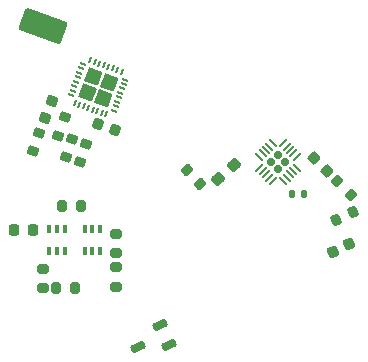
<source format=gbp>
%TF.GenerationSoftware,KiCad,Pcbnew,9.0.6-rc1-2-g790dee114b*%
%TF.CreationDate,2025-10-17T23:20:01-04:00*%
%TF.ProjectId,MetamerBoard,4d657461-6d65-4724-926f-6172642e6b69,rev?*%
%TF.SameCoordinates,Original*%
%TF.FileFunction,Paste,Bot*%
%TF.FilePolarity,Positive*%
%FSLAX45Y45*%
G04 Gerber Fmt 4.5, Leading zero omitted, Abs format (unit mm)*
G04 Created by KiCad (PCBNEW 9.0.6-rc1-2-g790dee114b) date 2025-10-17 23:20:01*
%MOMM*%
%LPD*%
G01*
G04 APERTURE LIST*
G04 Aperture macros list*
%AMRoundRect*
0 Rectangle with rounded corners*
0 $1 Rounding radius*
0 $2 $3 $4 $5 $6 $7 $8 $9 X,Y pos of 4 corners*
0 Add a 4 corners polygon primitive as box body*
4,1,4,$2,$3,$4,$5,$6,$7,$8,$9,$2,$3,0*
0 Add four circle primitives for the rounded corners*
1,1,$1+$1,$2,$3*
1,1,$1+$1,$4,$5*
1,1,$1+$1,$6,$7*
1,1,$1+$1,$8,$9*
0 Add four rect primitives between the rounded corners*
20,1,$1+$1,$2,$3,$4,$5,0*
20,1,$1+$1,$4,$5,$6,$7,0*
20,1,$1+$1,$6,$7,$8,$9,0*
20,1,$1+$1,$8,$9,$2,$3,0*%
G04 Aperture macros list end*
%ADD10C,0.000000*%
%ADD11RoundRect,0.250000X1.807008X0.140436X-1.293978X1.269103X-1.807008X-0.140436X1.293978X-1.269103X0*%
%ADD12RoundRect,0.237500X-0.048290X-0.369771X0.372239X0.022378X0.048290X0.369771X-0.372239X-0.022378X0*%
%ADD13RoundRect,0.225000X0.225000X0.250000X-0.225000X0.250000X-0.225000X-0.250000X0.225000X-0.250000X0*%
%ADD14RoundRect,0.050000X0.300520X0.229810X0.229810X0.300520X-0.300520X-0.229810X-0.229810X-0.300520X0*%
%ADD15RoundRect,0.050000X0.300520X-0.229810X-0.229810X0.300520X-0.300520X0.229810X0.229810X-0.300520X0*%
%ADD16RoundRect,0.167500X0.236881X0.000000X0.000000X0.236881X-0.236881X0.000000X0.000000X-0.236881X0*%
%ADD17RoundRect,0.225000X0.335876X0.017678X0.017678X0.335876X-0.335876X-0.017678X-0.017678X-0.335876X0*%
%ADD18RoundRect,0.225000X-0.098265X-0.321666X0.309574X-0.131488X0.098265X0.321666X-0.309574X0.131488X0*%
%ADD19RoundRect,0.140000X-0.140000X-0.170000X0.140000X-0.170000X0.140000X0.170000X-0.140000X0.170000X0*%
%ADD20RoundRect,0.200000X0.275000X-0.200000X0.275000X0.200000X-0.275000X0.200000X-0.275000X-0.200000X0*%
%ADD21RoundRect,0.200000X-0.200000X-0.275000X0.200000X-0.275000X0.200000X0.275000X-0.200000X0.275000X0*%
%ADD22RoundRect,0.200000X-0.065042X-0.333758X0.297482X-0.164711X0.065042X0.333758X-0.297482X0.164711X0*%
%ADD23RoundRect,0.200000X0.190011X-0.281994X0.326819X0.093883X-0.190011X0.281994X-0.326819X-0.093883X0*%
%ADD24RoundRect,0.175000X0.481797X0.031574X0.333880X0.348782X-0.481797X-0.031574X-0.333880X-0.348782X0*%
%ADD25RoundRect,0.200000X-0.190011X0.281994X-0.326819X-0.093883X0.190011X-0.281994X0.326819X0.093883X0*%
%ADD26RoundRect,0.100000X0.100000X-0.225000X0.100000X0.225000X-0.100000X0.225000X-0.100000X-0.225000X0*%
%ADD27RoundRect,0.225000X-0.296936X-0.157969X0.125926X-0.311878X0.296936X0.157969X-0.125926X0.311878X0*%
%ADD28RoundRect,0.225000X-0.157969X0.296936X-0.311878X-0.125926X0.157969X-0.296936X0.311878X0.125926X0*%
%ADD29RoundRect,0.200000X-0.275000X0.200000X-0.275000X-0.200000X0.275000X-0.200000X0.275000X0.200000X0*%
%ADD30RoundRect,0.050000X-0.228532X0.029970X0.194330X-0.123939X0.228532X-0.029970X-0.194330X0.123939X0*%
%ADD31RoundRect,0.050000X-0.123939X-0.194330X-0.029970X-0.228532X0.123939X0.194330X0.029970X0.228532X0*%
%ADD32RoundRect,0.200000X-0.337522X-0.041279X-0.064723X-0.333820X0.337522X0.041279X0.064723X0.333820X0*%
%ADD33RoundRect,0.200000X-0.335876X-0.053033X-0.053033X-0.335876X0.335876X0.053033X0.053033X0.335876X0*%
G04 APERTURE END LIST*
D10*
%TO.C,U1*%
G36*
X14000184Y-10265615D02*
G01*
X14000184Y-10265615D01*
G75*
G02*
X14006593Y-10262627I4696J-1715D01*
G01*
X14112779Y-10301275D01*
X14112778Y-10301275D01*
G75*
G02*
X14115766Y-10307684I-1708J-4695D01*
G01*
X14077118Y-10413870D01*
X14077118Y-10413870D01*
G75*
G02*
X14070710Y-10416858I-4699J1710D01*
G01*
X13964525Y-10378210D01*
X13964525Y-10378210D01*
G75*
G02*
X13961536Y-10371801I1705J4700D01*
G01*
X14000185Y-10265616D01*
X14000184Y-10265615D01*
G37*
G36*
X14049093Y-10131239D02*
G01*
X14049093Y-10131239D01*
G75*
G02*
X14055502Y-10128251I4697J-1711D01*
G01*
X14161687Y-10166900D01*
X14161687Y-10166900D01*
G75*
G02*
X14164675Y-10173309I-1707J-4700D01*
G01*
X14126027Y-10279494D01*
X14126027Y-10279494D01*
G75*
G02*
X14119619Y-10282482I-4698J1714D01*
G01*
X14013434Y-10243834D01*
X14013434Y-10243833D01*
G75*
G02*
X14010445Y-10237424I1706J4703D01*
G01*
X14049093Y-10131240D01*
X14049093Y-10131239D01*
G37*
G36*
X13914717Y-10082330D02*
G01*
X13914717Y-10082330D01*
G75*
G02*
X13921126Y-10079342I4703J-1710D01*
G01*
X13921126Y-10079343D01*
X14027311Y-10117991D01*
X14027311Y-10117991D01*
G75*
G02*
X14030299Y-10124400I-1711J-4699D01*
G01*
X13991651Y-10230585D01*
X13991651Y-10230585D01*
G75*
G02*
X13985243Y-10233573I-4702J1715D01*
G01*
X13879057Y-10194925D01*
X13879058Y-10194925D01*
G75*
G02*
X13876069Y-10188516I1712J4695D01*
G01*
X13914717Y-10082331D01*
X13914717Y-10082330D01*
G37*
G36*
X13865808Y-10216706D02*
G01*
X13865808Y-10216706D01*
G75*
G02*
X13872217Y-10213718I4702J-1714D01*
G01*
X13978402Y-10252367D01*
X13978402Y-10252367D01*
G75*
G02*
X13981390Y-10258776I-1712J-4703D01*
G01*
X13981391Y-10258776D01*
X13942743Y-10364961D01*
X13942742Y-10364961D01*
G75*
G02*
X13936334Y-10367949I-4703J1711D01*
G01*
X13830149Y-10329301D01*
X13830149Y-10329301D01*
G75*
G02*
X13827160Y-10322893I1711J4701D01*
G01*
X13865808Y-10216707D01*
X13865808Y-10216706D01*
G37*
%TD*%
D11*
%TO.C,TP5*%
X13525389Y-9729470D03*
%TD*%
D12*
%TO.C,D18*%
X15013896Y-11026644D03*
X15141882Y-10907295D03*
%TD*%
D13*
%TO.C,C4*%
X13283389Y-11457469D03*
X13439389Y-11457469D03*
%TD*%
D14*
%TO.C,U3*%
X15676958Y-10835978D03*
X15648674Y-10807693D03*
X15620389Y-10779409D03*
X15592105Y-10751125D03*
X15563821Y-10722841D03*
D15*
X15471897Y-10722841D03*
X15443613Y-10751125D03*
X15415328Y-10779409D03*
X15387044Y-10807693D03*
X15358760Y-10835978D03*
D14*
X15358760Y-10927901D03*
X15387044Y-10956186D03*
X15415328Y-10984470D03*
X15443613Y-11012754D03*
X15471897Y-11041039D03*
D15*
X15563821Y-11041039D03*
X15592105Y-11012754D03*
X15620389Y-10984470D03*
X15648674Y-10956186D03*
X15676958Y-10927901D03*
D16*
X15517859Y-10823957D03*
X15459876Y-10881940D03*
X15575842Y-10881940D03*
X15517859Y-10939922D03*
%TD*%
D17*
%TO.C,C7*%
X15930543Y-10954624D03*
X15820235Y-10844315D03*
%TD*%
D18*
%TO.C,C5*%
X15979697Y-11642434D03*
X16121081Y-11576505D03*
%TD*%
D19*
%TO.C,C6*%
X15635389Y-11149470D03*
X15735389Y-11149470D03*
%TD*%
D20*
%TO.C,R8*%
X14145389Y-11487469D03*
X14145389Y-11651469D03*
%TD*%
%TO.C,R7*%
X13530389Y-11946469D03*
X13530389Y-11782469D03*
%TD*%
D21*
%TO.C,R2*%
X13638389Y-11944469D03*
X13802389Y-11944469D03*
%TD*%
D22*
%TO.C,R10*%
X16006072Y-11374124D03*
X16154706Y-11304815D03*
%TD*%
D23*
%TO.C,R6*%
X13442343Y-10786524D03*
X13498435Y-10632415D03*
%TD*%
D24*
%TO.C,D17*%
X14518454Y-12256124D03*
X14598752Y-12428322D03*
X14332026Y-12447878D03*
%TD*%
D21*
%TO.C,R12*%
X13688389Y-11254469D03*
X13852389Y-11254469D03*
%TD*%
D25*
%TO.C,R5*%
X13713435Y-10502415D03*
X13657343Y-10656524D03*
%TD*%
D26*
%TO.C,U2*%
X13710389Y-11634469D03*
X13645389Y-11634469D03*
X13580389Y-11634469D03*
X13580389Y-11444469D03*
X13645389Y-11444469D03*
X13710389Y-11444469D03*
%TD*%
D27*
%TO.C,C1*%
X13992093Y-10557792D03*
X14138685Y-10611147D03*
%TD*%
D23*
%TO.C,R3*%
X13837343Y-10881524D03*
X13893435Y-10727415D03*
%TD*%
D28*
%TO.C,C2*%
X13602067Y-10361174D03*
X13548711Y-10507766D03*
%TD*%
D29*
%TO.C,R1*%
X14145389Y-11772469D03*
X14145389Y-11936469D03*
%TD*%
D30*
%TO.C,U1*%
X13767144Y-10313819D03*
X13780825Y-10276231D03*
X13794506Y-10238643D03*
X13808187Y-10201055D03*
X13821867Y-10163468D03*
X13835548Y-10125880D03*
X13849229Y-10088292D03*
X13862910Y-10050705D03*
D31*
X13930200Y-10019327D03*
X13967787Y-10033008D03*
X14005375Y-10046688D03*
X14042963Y-10060369D03*
X14080551Y-10074050D03*
X14118138Y-10087731D03*
X14155726Y-10101412D03*
X14193314Y-10115092D03*
D30*
X14224692Y-10182382D03*
X14211011Y-10219970D03*
X14197330Y-10257558D03*
X14183649Y-10295146D03*
X14169968Y-10332733D03*
X14156288Y-10370321D03*
X14142607Y-10407909D03*
X14128926Y-10445496D03*
D31*
X14061636Y-10476874D03*
X14024048Y-10463193D03*
X13986461Y-10449513D03*
X13948873Y-10435832D03*
X13911285Y-10422151D03*
X13873698Y-10408470D03*
X13836110Y-10394789D03*
X13798522Y-10381109D03*
%TD*%
D32*
%TO.C,R9*%
X14749465Y-10949499D03*
X14861313Y-11069441D03*
%TD*%
D33*
%TO.C,R11*%
X16017406Y-11041487D03*
X16133372Y-11157452D03*
%TD*%
D23*
%TO.C,R4*%
X13720494Y-10836047D03*
X13776586Y-10681938D03*
%TD*%
D26*
%TO.C,U4*%
X14010389Y-11634469D03*
X13945389Y-11634469D03*
X13880389Y-11634469D03*
X13880389Y-11444469D03*
X13945389Y-11444469D03*
X14010389Y-11444469D03*
%TD*%
M02*

</source>
